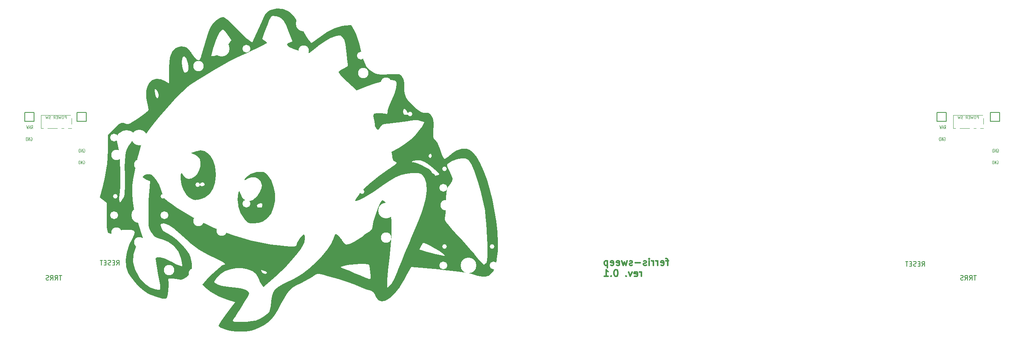
<source format=gbr>
%TF.GenerationSoftware,KiCad,Pcbnew,(6.0.7-1)-1*%
%TF.CreationDate,2022-08-06T17:31:22-07:00*%
%TF.ProjectId,sweepv2,73776565-7076-4322-9e6b-696361645f70,rev?*%
%TF.SameCoordinates,Original*%
%TF.FileFunction,Legend,Bot*%
%TF.FilePolarity,Positive*%
%FSLAX46Y46*%
G04 Gerber Fmt 4.6, Leading zero omitted, Abs format (unit mm)*
G04 Created by KiCad (PCBNEW (6.0.7-1)-1) date 2022-08-06 17:31:22*
%MOMM*%
%LPD*%
G01*
G04 APERTURE LIST*
%ADD10C,0.120000*%
%ADD11C,0.300000*%
%ADD12C,0.125000*%
%ADD13C,0.150000*%
%ADD14C,1.524000*%
%ADD15C,0.800000*%
%ADD16O,2.000000X1.600000*%
%ADD17C,0.990600*%
%ADD18C,1.701800*%
%ADD19C,3.429000*%
%ADD20C,2.282000*%
%ADD21C,0.500000*%
%ADD22C,1.397000*%
%ADD23C,1.000000*%
%ADD24R,0.900000X0.900000*%
%ADD25R,0.900000X1.250000*%
G04 APERTURE END LIST*
D10*
X27178000Y-50419000D02*
X33909000Y-50419000D01*
X33909000Y-50419000D02*
X33909000Y-53340000D01*
X33909000Y-53340000D02*
X27178000Y-53340000D01*
X27178000Y-53340000D02*
X27178000Y-50419000D01*
X226822000Y-50419000D02*
X233426000Y-50419000D01*
X233426000Y-50419000D02*
X233426000Y-53340000D01*
X233426000Y-53340000D02*
X226822000Y-53340000D01*
X226822000Y-53340000D02*
X226822000Y-50419000D01*
D11*
X164532142Y-82351071D02*
X163960714Y-82351071D01*
X164317857Y-83351071D02*
X164317857Y-82065357D01*
X164246428Y-81922500D01*
X164103571Y-81851071D01*
X163960714Y-81851071D01*
X162889285Y-83279642D02*
X163032142Y-83351071D01*
X163317857Y-83351071D01*
X163460714Y-83279642D01*
X163532142Y-83136785D01*
X163532142Y-82565357D01*
X163460714Y-82422500D01*
X163317857Y-82351071D01*
X163032142Y-82351071D01*
X162889285Y-82422500D01*
X162817857Y-82565357D01*
X162817857Y-82708214D01*
X163532142Y-82851071D01*
X162175000Y-83351071D02*
X162175000Y-82351071D01*
X162175000Y-82636785D02*
X162103571Y-82493928D01*
X162032142Y-82422500D01*
X161889285Y-82351071D01*
X161746428Y-82351071D01*
X161246428Y-83351071D02*
X161246428Y-82351071D01*
X161246428Y-82636785D02*
X161175000Y-82493928D01*
X161103571Y-82422500D01*
X160960714Y-82351071D01*
X160817857Y-82351071D01*
X160317857Y-83351071D02*
X160317857Y-82351071D01*
X160317857Y-81851071D02*
X160389285Y-81922500D01*
X160317857Y-81993928D01*
X160246428Y-81922500D01*
X160317857Y-81851071D01*
X160317857Y-81993928D01*
X159675000Y-83279642D02*
X159532142Y-83351071D01*
X159246428Y-83351071D01*
X159103571Y-83279642D01*
X159032142Y-83136785D01*
X159032142Y-83065357D01*
X159103571Y-82922500D01*
X159246428Y-82851071D01*
X159460714Y-82851071D01*
X159603571Y-82779642D01*
X159675000Y-82636785D01*
X159675000Y-82565357D01*
X159603571Y-82422500D01*
X159460714Y-82351071D01*
X159246428Y-82351071D01*
X159103571Y-82422500D01*
X158389285Y-82779642D02*
X157246428Y-82779642D01*
X156603571Y-83279642D02*
X156460714Y-83351071D01*
X156175000Y-83351071D01*
X156032142Y-83279642D01*
X155960714Y-83136785D01*
X155960714Y-83065357D01*
X156032142Y-82922500D01*
X156175000Y-82851071D01*
X156389285Y-82851071D01*
X156532142Y-82779642D01*
X156603571Y-82636785D01*
X156603571Y-82565357D01*
X156532142Y-82422500D01*
X156389285Y-82351071D01*
X156175000Y-82351071D01*
X156032142Y-82422500D01*
X155460714Y-82351071D02*
X155175000Y-83351071D01*
X154889285Y-82636785D01*
X154603571Y-83351071D01*
X154317857Y-82351071D01*
X153175000Y-83279642D02*
X153317857Y-83351071D01*
X153603571Y-83351071D01*
X153746428Y-83279642D01*
X153817857Y-83136785D01*
X153817857Y-82565357D01*
X153746428Y-82422500D01*
X153603571Y-82351071D01*
X153317857Y-82351071D01*
X153175000Y-82422500D01*
X153103571Y-82565357D01*
X153103571Y-82708214D01*
X153817857Y-82851071D01*
X151889285Y-83279642D02*
X152032142Y-83351071D01*
X152317857Y-83351071D01*
X152460714Y-83279642D01*
X152532142Y-83136785D01*
X152532142Y-82565357D01*
X152460714Y-82422500D01*
X152317857Y-82351071D01*
X152032142Y-82351071D01*
X151889285Y-82422500D01*
X151817857Y-82565357D01*
X151817857Y-82708214D01*
X152532142Y-82851071D01*
X151175000Y-82351071D02*
X151175000Y-83851071D01*
X151175000Y-82422500D02*
X151032142Y-82351071D01*
X150746428Y-82351071D01*
X150603571Y-82422500D01*
X150532142Y-82493928D01*
X150460714Y-82636785D01*
X150460714Y-83065357D01*
X150532142Y-83208214D01*
X150603571Y-83279642D01*
X150746428Y-83351071D01*
X151032142Y-83351071D01*
X151175000Y-83279642D01*
X158603571Y-85766071D02*
X158603571Y-84766071D01*
X158603571Y-85051785D02*
X158532142Y-84908928D01*
X158460714Y-84837500D01*
X158317857Y-84766071D01*
X158175000Y-84766071D01*
X157103571Y-85694642D02*
X157246428Y-85766071D01*
X157532142Y-85766071D01*
X157675000Y-85694642D01*
X157746428Y-85551785D01*
X157746428Y-84980357D01*
X157675000Y-84837500D01*
X157532142Y-84766071D01*
X157246428Y-84766071D01*
X157103571Y-84837500D01*
X157032142Y-84980357D01*
X157032142Y-85123214D01*
X157746428Y-85266071D01*
X156532142Y-84766071D02*
X156175000Y-85766071D01*
X155817857Y-84766071D01*
X155246428Y-85623214D02*
X155175000Y-85694642D01*
X155246428Y-85766071D01*
X155317857Y-85694642D01*
X155246428Y-85623214D01*
X155246428Y-85766071D01*
X153103571Y-84266071D02*
X152960714Y-84266071D01*
X152817857Y-84337500D01*
X152746428Y-84408928D01*
X152675000Y-84551785D01*
X152603571Y-84837500D01*
X152603571Y-85194642D01*
X152675000Y-85480357D01*
X152746428Y-85623214D01*
X152817857Y-85694642D01*
X152960714Y-85766071D01*
X153103571Y-85766071D01*
X153246428Y-85694642D01*
X153317857Y-85623214D01*
X153389285Y-85480357D01*
X153460714Y-85194642D01*
X153460714Y-84837500D01*
X153389285Y-84551785D01*
X153317857Y-84408928D01*
X153246428Y-84337500D01*
X153103571Y-84266071D01*
X151960714Y-85623214D02*
X151889285Y-85694642D01*
X151960714Y-85766071D01*
X152032142Y-85694642D01*
X151960714Y-85623214D01*
X151960714Y-85766071D01*
X150460714Y-85766071D02*
X151317857Y-85766071D01*
X150889285Y-85766071D02*
X150889285Y-84266071D01*
X151032142Y-84480357D01*
X151175000Y-84623214D01*
X151317857Y-84694642D01*
D12*
%TO.C,U1*%
X224788952Y-55309000D02*
X224836571Y-55273285D01*
X224908000Y-55273285D01*
X224979428Y-55309000D01*
X225027047Y-55380428D01*
X225050857Y-55451857D01*
X225074666Y-55594714D01*
X225074666Y-55701857D01*
X225050857Y-55844714D01*
X225027047Y-55916142D01*
X224979428Y-55987571D01*
X224908000Y-56023285D01*
X224860380Y-56023285D01*
X224788952Y-55987571D01*
X224765142Y-55951857D01*
X224765142Y-55701857D01*
X224860380Y-55701857D01*
X224550857Y-56023285D02*
X224550857Y-55273285D01*
X224265142Y-56023285D01*
X224265142Y-55273285D01*
X224027047Y-56023285D02*
X224027047Y-55273285D01*
X223908000Y-55273285D01*
X223836571Y-55309000D01*
X223788952Y-55380428D01*
X223765142Y-55451857D01*
X223741333Y-55594714D01*
X223741333Y-55701857D01*
X223765142Y-55844714D01*
X223788952Y-55916142D01*
X223836571Y-55987571D01*
X223908000Y-56023285D01*
X224027047Y-56023285D01*
X236418952Y-60419000D02*
X236466571Y-60383285D01*
X236538000Y-60383285D01*
X236609428Y-60419000D01*
X236657047Y-60490428D01*
X236680857Y-60561857D01*
X236704666Y-60704714D01*
X236704666Y-60811857D01*
X236680857Y-60954714D01*
X236657047Y-61026142D01*
X236609428Y-61097571D01*
X236538000Y-61133285D01*
X236490380Y-61133285D01*
X236418952Y-61097571D01*
X236395142Y-61061857D01*
X236395142Y-60811857D01*
X236490380Y-60811857D01*
X236180857Y-61133285D02*
X236180857Y-60383285D01*
X235895142Y-61133285D01*
X235895142Y-60383285D01*
X235657047Y-61133285D02*
X235657047Y-60383285D01*
X235538000Y-60383285D01*
X235466571Y-60419000D01*
X235418952Y-60490428D01*
X235395142Y-60561857D01*
X235371333Y-60704714D01*
X235371333Y-60811857D01*
X235395142Y-60954714D01*
X235418952Y-61026142D01*
X235466571Y-61097571D01*
X235538000Y-61133285D01*
X235657047Y-61133285D01*
D13*
D12*
X224883238Y-53383285D02*
X225049904Y-53026142D01*
X225168952Y-53383285D02*
X225168952Y-52633285D01*
X224978476Y-52633285D01*
X224930857Y-52669000D01*
X224907047Y-52704714D01*
X224883238Y-52776142D01*
X224883238Y-52883285D01*
X224907047Y-52954714D01*
X224930857Y-52990428D01*
X224978476Y-53026142D01*
X225168952Y-53026142D01*
X224692761Y-53169000D02*
X224454666Y-53169000D01*
X224740380Y-53383285D02*
X224573714Y-52633285D01*
X224407047Y-53383285D01*
X224288000Y-52633285D02*
X224168952Y-53383285D01*
X224073714Y-52847571D01*
X223978476Y-53383285D01*
X223859428Y-52633285D01*
X236438952Y-57839000D02*
X236486571Y-57803285D01*
X236558000Y-57803285D01*
X236629428Y-57839000D01*
X236677047Y-57910428D01*
X236700857Y-57981857D01*
X236724666Y-58124714D01*
X236724666Y-58231857D01*
X236700857Y-58374714D01*
X236677047Y-58446142D01*
X236629428Y-58517571D01*
X236558000Y-58553285D01*
X236510380Y-58553285D01*
X236438952Y-58517571D01*
X236415142Y-58481857D01*
X236415142Y-58231857D01*
X236510380Y-58231857D01*
X236200857Y-58553285D02*
X236200857Y-57803285D01*
X235915142Y-58553285D01*
X235915142Y-57803285D01*
X235677047Y-58553285D02*
X235677047Y-57803285D01*
X235558000Y-57803285D01*
X235486571Y-57839000D01*
X235438952Y-57910428D01*
X235415142Y-57981857D01*
X235391333Y-58124714D01*
X235391333Y-58231857D01*
X235415142Y-58374714D01*
X235438952Y-58446142D01*
X235486571Y-58517571D01*
X235558000Y-58553285D01*
X235677047Y-58553285D01*
D13*
%TO.C,J2*%
X231885904Y-85558380D02*
X231314476Y-85558380D01*
X231600190Y-86558380D02*
X231600190Y-85558380D01*
X230409714Y-86558380D02*
X230743047Y-86082190D01*
X230981142Y-86558380D02*
X230981142Y-85558380D01*
X230600190Y-85558380D01*
X230504952Y-85606000D01*
X230457333Y-85653619D01*
X230409714Y-85748857D01*
X230409714Y-85891714D01*
X230457333Y-85986952D01*
X230504952Y-86034571D01*
X230600190Y-86082190D01*
X230981142Y-86082190D01*
X229409714Y-86558380D02*
X229743047Y-86082190D01*
X229981142Y-86558380D02*
X229981142Y-85558380D01*
X229600190Y-85558380D01*
X229504952Y-85606000D01*
X229457333Y-85653619D01*
X229409714Y-85748857D01*
X229409714Y-85891714D01*
X229457333Y-85986952D01*
X229504952Y-86034571D01*
X229600190Y-86082190D01*
X229981142Y-86082190D01*
X229028761Y-86510761D02*
X228885904Y-86558380D01*
X228647809Y-86558380D01*
X228552571Y-86510761D01*
X228504952Y-86463142D01*
X228457333Y-86367904D01*
X228457333Y-86272666D01*
X228504952Y-86177428D01*
X228552571Y-86129809D01*
X228647809Y-86082190D01*
X228838285Y-86034571D01*
X228933523Y-85986952D01*
X228981142Y-85939333D01*
X229028761Y-85844095D01*
X229028761Y-85748857D01*
X228981142Y-85653619D01*
X228933523Y-85606000D01*
X228838285Y-85558380D01*
X228600190Y-85558380D01*
X228457333Y-85606000D01*
%TO.C,RSW1*%
X220019380Y-83510380D02*
X220352714Y-83034190D01*
X220590809Y-83510380D02*
X220590809Y-82510380D01*
X220209857Y-82510380D01*
X220114619Y-82558000D01*
X220067000Y-82605619D01*
X220019380Y-82700857D01*
X220019380Y-82843714D01*
X220067000Y-82938952D01*
X220114619Y-82986571D01*
X220209857Y-83034190D01*
X220590809Y-83034190D01*
X219590809Y-82986571D02*
X219257476Y-82986571D01*
X219114619Y-83510380D02*
X219590809Y-83510380D01*
X219590809Y-82510380D01*
X219114619Y-82510380D01*
X218733666Y-83462761D02*
X218590809Y-83510380D01*
X218352714Y-83510380D01*
X218257476Y-83462761D01*
X218209857Y-83415142D01*
X218162238Y-83319904D01*
X218162238Y-83224666D01*
X218209857Y-83129428D01*
X218257476Y-83081809D01*
X218352714Y-83034190D01*
X218543190Y-82986571D01*
X218638428Y-82938952D01*
X218686047Y-82891333D01*
X218733666Y-82796095D01*
X218733666Y-82700857D01*
X218686047Y-82605619D01*
X218638428Y-82558000D01*
X218543190Y-82510380D01*
X218305095Y-82510380D01*
X218162238Y-82558000D01*
X217733666Y-82986571D02*
X217400333Y-82986571D01*
X217257476Y-83510380D02*
X217733666Y-83510380D01*
X217733666Y-82510380D01*
X217257476Y-82510380D01*
X216971761Y-82510380D02*
X216400333Y-82510380D01*
X216686047Y-83510380D02*
X216686047Y-82510380D01*
D12*
%TO.C,U2*%
X36468952Y-57839000D02*
X36516571Y-57803285D01*
X36588000Y-57803285D01*
X36659428Y-57839000D01*
X36707047Y-57910428D01*
X36730857Y-57981857D01*
X36754666Y-58124714D01*
X36754666Y-58231857D01*
X36730857Y-58374714D01*
X36707047Y-58446142D01*
X36659428Y-58517571D01*
X36588000Y-58553285D01*
X36540380Y-58553285D01*
X36468952Y-58517571D01*
X36445142Y-58481857D01*
X36445142Y-58231857D01*
X36540380Y-58231857D01*
X36230857Y-58553285D02*
X36230857Y-57803285D01*
X35945142Y-58553285D01*
X35945142Y-57803285D01*
X35707047Y-58553285D02*
X35707047Y-57803285D01*
X35588000Y-57803285D01*
X35516571Y-57839000D01*
X35468952Y-57910428D01*
X35445142Y-57981857D01*
X35421333Y-58124714D01*
X35421333Y-58231857D01*
X35445142Y-58374714D01*
X35468952Y-58446142D01*
X35516571Y-58517571D01*
X35588000Y-58553285D01*
X35707047Y-58553285D01*
X36448952Y-60419000D02*
X36496571Y-60383285D01*
X36568000Y-60383285D01*
X36639428Y-60419000D01*
X36687047Y-60490428D01*
X36710857Y-60561857D01*
X36734666Y-60704714D01*
X36734666Y-60811857D01*
X36710857Y-60954714D01*
X36687047Y-61026142D01*
X36639428Y-61097571D01*
X36568000Y-61133285D01*
X36520380Y-61133285D01*
X36448952Y-61097571D01*
X36425142Y-61061857D01*
X36425142Y-60811857D01*
X36520380Y-60811857D01*
X36210857Y-61133285D02*
X36210857Y-60383285D01*
X35925142Y-61133285D01*
X35925142Y-60383285D01*
X35687047Y-61133285D02*
X35687047Y-60383285D01*
X35568000Y-60383285D01*
X35496571Y-60419000D01*
X35448952Y-60490428D01*
X35425142Y-60561857D01*
X35401333Y-60704714D01*
X35401333Y-60811857D01*
X35425142Y-60954714D01*
X35448952Y-61026142D01*
X35496571Y-61097571D01*
X35568000Y-61133285D01*
X35687047Y-61133285D01*
X24936952Y-55309000D02*
X24984571Y-55273285D01*
X25056000Y-55273285D01*
X25127428Y-55309000D01*
X25175047Y-55380428D01*
X25198857Y-55451857D01*
X25222666Y-55594714D01*
X25222666Y-55701857D01*
X25198857Y-55844714D01*
X25175047Y-55916142D01*
X25127428Y-55987571D01*
X25056000Y-56023285D01*
X25008380Y-56023285D01*
X24936952Y-55987571D01*
X24913142Y-55951857D01*
X24913142Y-55701857D01*
X25008380Y-55701857D01*
X24698857Y-56023285D02*
X24698857Y-55273285D01*
X24413142Y-56023285D01*
X24413142Y-55273285D01*
X24175047Y-56023285D02*
X24175047Y-55273285D01*
X24056000Y-55273285D01*
X23984571Y-55309000D01*
X23936952Y-55380428D01*
X23913142Y-55451857D01*
X23889333Y-55594714D01*
X23889333Y-55701857D01*
X23913142Y-55844714D01*
X23936952Y-55916142D01*
X23984571Y-55987571D01*
X24056000Y-56023285D01*
X24175047Y-56023285D01*
X25031238Y-53383285D02*
X25197904Y-53026142D01*
X25316952Y-53383285D02*
X25316952Y-52633285D01*
X25126476Y-52633285D01*
X25078857Y-52669000D01*
X25055047Y-52704714D01*
X25031238Y-52776142D01*
X25031238Y-52883285D01*
X25055047Y-52954714D01*
X25078857Y-52990428D01*
X25126476Y-53026142D01*
X25316952Y-53026142D01*
X24840761Y-53169000D02*
X24602666Y-53169000D01*
X24888380Y-53383285D02*
X24721714Y-52633285D01*
X24555047Y-53383285D01*
X24436000Y-52633285D02*
X24316952Y-53383285D01*
X24221714Y-52847571D01*
X24126476Y-53383285D01*
X24007428Y-52633285D01*
D13*
%TO.C,J1*%
X31733904Y-85558380D02*
X31162476Y-85558380D01*
X31448190Y-86558380D02*
X31448190Y-85558380D01*
X30257714Y-86558380D02*
X30591047Y-86082190D01*
X30829142Y-86558380D02*
X30829142Y-85558380D01*
X30448190Y-85558380D01*
X30352952Y-85606000D01*
X30305333Y-85653619D01*
X30257714Y-85748857D01*
X30257714Y-85891714D01*
X30305333Y-85986952D01*
X30352952Y-86034571D01*
X30448190Y-86082190D01*
X30829142Y-86082190D01*
X29257714Y-86558380D02*
X29591047Y-86082190D01*
X29829142Y-86558380D02*
X29829142Y-85558380D01*
X29448190Y-85558380D01*
X29352952Y-85606000D01*
X29305333Y-85653619D01*
X29257714Y-85748857D01*
X29257714Y-85891714D01*
X29305333Y-85986952D01*
X29352952Y-86034571D01*
X29448190Y-86082190D01*
X29829142Y-86082190D01*
X28876761Y-86510761D02*
X28733904Y-86558380D01*
X28495809Y-86558380D01*
X28400571Y-86510761D01*
X28352952Y-86463142D01*
X28305333Y-86367904D01*
X28305333Y-86272666D01*
X28352952Y-86177428D01*
X28400571Y-86129809D01*
X28495809Y-86082190D01*
X28686285Y-86034571D01*
X28781523Y-85986952D01*
X28829142Y-85939333D01*
X28876761Y-85844095D01*
X28876761Y-85748857D01*
X28829142Y-85653619D01*
X28781523Y-85606000D01*
X28686285Y-85558380D01*
X28448190Y-85558380D01*
X28305333Y-85606000D01*
%TO.C,RSW2*%
X43743380Y-83256380D02*
X44076714Y-82780190D01*
X44314809Y-83256380D02*
X44314809Y-82256380D01*
X43933857Y-82256380D01*
X43838619Y-82304000D01*
X43791000Y-82351619D01*
X43743380Y-82446857D01*
X43743380Y-82589714D01*
X43791000Y-82684952D01*
X43838619Y-82732571D01*
X43933857Y-82780190D01*
X44314809Y-82780190D01*
X43314809Y-82732571D02*
X42981476Y-82732571D01*
X42838619Y-83256380D02*
X43314809Y-83256380D01*
X43314809Y-82256380D01*
X42838619Y-82256380D01*
X42457666Y-83208761D02*
X42314809Y-83256380D01*
X42076714Y-83256380D01*
X41981476Y-83208761D01*
X41933857Y-83161142D01*
X41886238Y-83065904D01*
X41886238Y-82970666D01*
X41933857Y-82875428D01*
X41981476Y-82827809D01*
X42076714Y-82780190D01*
X42267190Y-82732571D01*
X42362428Y-82684952D01*
X42410047Y-82637333D01*
X42457666Y-82542095D01*
X42457666Y-82446857D01*
X42410047Y-82351619D01*
X42362428Y-82304000D01*
X42267190Y-82256380D01*
X42029095Y-82256380D01*
X41886238Y-82304000D01*
X41457666Y-82732571D02*
X41124333Y-82732571D01*
X40981476Y-83256380D02*
X41457666Y-83256380D01*
X41457666Y-82256380D01*
X40981476Y-82256380D01*
X40695761Y-82256380D02*
X40124333Y-82256380D01*
X40410047Y-83256380D02*
X40410047Y-82256380D01*
D10*
%TO.C,POWER SW*%
X232366857Y-51198428D02*
X232366857Y-50598428D01*
X232138285Y-50598428D01*
X232081142Y-50627000D01*
X232052571Y-50655571D01*
X232024000Y-50712714D01*
X232024000Y-50798428D01*
X232052571Y-50855571D01*
X232081142Y-50884142D01*
X232138285Y-50912714D01*
X232366857Y-50912714D01*
X231652571Y-50598428D02*
X231538285Y-50598428D01*
X231481142Y-50627000D01*
X231424000Y-50684142D01*
X231395428Y-50798428D01*
X231395428Y-50998428D01*
X231424000Y-51112714D01*
X231481142Y-51169857D01*
X231538285Y-51198428D01*
X231652571Y-51198428D01*
X231709714Y-51169857D01*
X231766857Y-51112714D01*
X231795428Y-50998428D01*
X231795428Y-50798428D01*
X231766857Y-50684142D01*
X231709714Y-50627000D01*
X231652571Y-50598428D01*
X231195428Y-50598428D02*
X231052571Y-51198428D01*
X230938285Y-50769857D01*
X230824000Y-51198428D01*
X230681142Y-50598428D01*
X230452571Y-50884142D02*
X230252571Y-50884142D01*
X230166857Y-51198428D02*
X230452571Y-51198428D01*
X230452571Y-50598428D01*
X230166857Y-50598428D01*
X229566857Y-51198428D02*
X229766857Y-50912714D01*
X229909714Y-51198428D02*
X229909714Y-50598428D01*
X229681142Y-50598428D01*
X229624000Y-50627000D01*
X229595428Y-50655571D01*
X229566857Y-50712714D01*
X229566857Y-50798428D01*
X229595428Y-50855571D01*
X229624000Y-50884142D01*
X229681142Y-50912714D01*
X229909714Y-50912714D01*
X228881142Y-51169857D02*
X228795428Y-51198428D01*
X228652571Y-51198428D01*
X228595428Y-51169857D01*
X228566857Y-51141285D01*
X228538285Y-51084142D01*
X228538285Y-51027000D01*
X228566857Y-50969857D01*
X228595428Y-50941285D01*
X228652571Y-50912714D01*
X228766857Y-50884142D01*
X228824000Y-50855571D01*
X228852571Y-50827000D01*
X228881142Y-50769857D01*
X228881142Y-50712714D01*
X228852571Y-50655571D01*
X228824000Y-50627000D01*
X228766857Y-50598428D01*
X228624000Y-50598428D01*
X228538285Y-50627000D01*
X228338285Y-50598428D02*
X228195428Y-51198428D01*
X228081142Y-50769857D01*
X227966857Y-51198428D01*
X227824000Y-50598428D01*
X32722857Y-51198428D02*
X32722857Y-50598428D01*
X32494285Y-50598428D01*
X32437142Y-50627000D01*
X32408571Y-50655571D01*
X32380000Y-50712714D01*
X32380000Y-50798428D01*
X32408571Y-50855571D01*
X32437142Y-50884142D01*
X32494285Y-50912714D01*
X32722857Y-50912714D01*
X32008571Y-50598428D02*
X31894285Y-50598428D01*
X31837142Y-50627000D01*
X31780000Y-50684142D01*
X31751428Y-50798428D01*
X31751428Y-50998428D01*
X31780000Y-51112714D01*
X31837142Y-51169857D01*
X31894285Y-51198428D01*
X32008571Y-51198428D01*
X32065714Y-51169857D01*
X32122857Y-51112714D01*
X32151428Y-50998428D01*
X32151428Y-50798428D01*
X32122857Y-50684142D01*
X32065714Y-50627000D01*
X32008571Y-50598428D01*
X31551428Y-50598428D02*
X31408571Y-51198428D01*
X31294285Y-50769857D01*
X31180000Y-51198428D01*
X31037142Y-50598428D01*
X30808571Y-50884142D02*
X30608571Y-50884142D01*
X30522857Y-51198428D02*
X30808571Y-51198428D01*
X30808571Y-50598428D01*
X30522857Y-50598428D01*
X29922857Y-51198428D02*
X30122857Y-50912714D01*
X30265714Y-51198428D02*
X30265714Y-50598428D01*
X30037142Y-50598428D01*
X29980000Y-50627000D01*
X29951428Y-50655571D01*
X29922857Y-50712714D01*
X29922857Y-50798428D01*
X29951428Y-50855571D01*
X29980000Y-50884142D01*
X30037142Y-50912714D01*
X30265714Y-50912714D01*
X29237142Y-51169857D02*
X29151428Y-51198428D01*
X29008571Y-51198428D01*
X28951428Y-51169857D01*
X28922857Y-51141285D01*
X28894285Y-51084142D01*
X28894285Y-51027000D01*
X28922857Y-50969857D01*
X28951428Y-50941285D01*
X29008571Y-50912714D01*
X29122857Y-50884142D01*
X29180000Y-50855571D01*
X29208571Y-50827000D01*
X29237142Y-50769857D01*
X29237142Y-50712714D01*
X29208571Y-50655571D01*
X29180000Y-50627000D01*
X29122857Y-50598428D01*
X28980000Y-50598428D01*
X28894285Y-50627000D01*
X28694285Y-50598428D02*
X28551428Y-51198428D01*
X28437142Y-50769857D01*
X28322857Y-51198428D01*
X28180000Y-50598428D01*
D13*
%TO.C,B+*%
X234966000Y-49800000D02*
X236966000Y-49800000D01*
X236966000Y-51800000D02*
X234966000Y-51800000D01*
X234966000Y-51800000D02*
X234966000Y-49800000D01*
X236966000Y-49800000D02*
X236966000Y-51800000D01*
%TO.C,B-*%
X223282000Y-51800000D02*
X223282000Y-49800000D01*
X223282000Y-49800000D02*
X225282000Y-49800000D01*
X225282000Y-51800000D02*
X223282000Y-51800000D01*
X225282000Y-49800000D02*
X225282000Y-51800000D01*
X35068000Y-51800000D02*
X35068000Y-49800000D01*
X37068000Y-49800000D02*
X37068000Y-51800000D01*
X35068000Y-49800000D02*
X37068000Y-49800000D01*
X37068000Y-51800000D02*
X35068000Y-51800000D01*
%TO.C,B+*%
X25638000Y-51800000D02*
X23638000Y-51800000D01*
X23638000Y-51800000D02*
X23638000Y-49800000D01*
X23638000Y-49800000D02*
X25638000Y-49800000D01*
X25638000Y-49800000D02*
X25638000Y-51800000D01*
%TO.C,G\u002A\u002A\u002A*%
G36*
X57746180Y-64414787D02*
G01*
X57743705Y-64274416D01*
X57788482Y-63474399D01*
X57922322Y-63112483D01*
X58138815Y-63195039D01*
X58389259Y-63633046D01*
X58838908Y-64201607D01*
X59442504Y-64410829D01*
X60123345Y-64301467D01*
X60804729Y-63914279D01*
X61409952Y-63290020D01*
X61862311Y-62469446D01*
X62065223Y-61679823D01*
X62113581Y-60635899D01*
X61900161Y-59902154D01*
X61382595Y-59382399D01*
X60951954Y-59152454D01*
X60022393Y-58736277D01*
X60987189Y-58350242D01*
X62041416Y-58118769D01*
X63003454Y-58323009D01*
X63912987Y-58974290D01*
X64185645Y-59263210D01*
X64880250Y-60337305D01*
X65299470Y-61688493D01*
X65460208Y-63373185D01*
X65462407Y-63523962D01*
X65308968Y-65149566D01*
X64837623Y-66552465D01*
X64080307Y-67680176D01*
X63068959Y-68480217D01*
X62244177Y-68812549D01*
X61566075Y-68980393D01*
X61102146Y-69023834D01*
X60624985Y-68953697D01*
X60396904Y-68900488D01*
X59636161Y-68501633D01*
X58929743Y-67747322D01*
X58338624Y-66743868D01*
X57956107Y-65686914D01*
X61962018Y-65686914D01*
X62008734Y-65825718D01*
X62346147Y-66017658D01*
X62763272Y-65928605D01*
X62994698Y-65659992D01*
X62913195Y-65360986D01*
X62577676Y-65196828D01*
X62192223Y-65243869D01*
X62087139Y-65320454D01*
X61962018Y-65686914D01*
X57956107Y-65686914D01*
X57923778Y-65597585D01*
X57746180Y-64414787D01*
G37*
G36*
X70418650Y-67452014D02*
G01*
X70419382Y-67449416D01*
X70535473Y-67094241D01*
X70637765Y-67095501D01*
X70798610Y-67488565D01*
X70861068Y-67665331D01*
X71351095Y-68642976D01*
X71978591Y-69179845D01*
X72743294Y-69275822D01*
X73644940Y-68930788D01*
X73664974Y-68919030D01*
X74403594Y-68283402D01*
X75026882Y-67394194D01*
X75428731Y-66429470D01*
X75521449Y-65803591D01*
X75327219Y-64964119D01*
X74810342Y-64362052D01*
X74069537Y-64045780D01*
X73203524Y-64063695D01*
X72519631Y-64332143D01*
X71940796Y-64617627D01*
X71712678Y-64619047D01*
X71844655Y-64341904D01*
X72075290Y-64071475D01*
X73094811Y-63297934D01*
X74361542Y-62889928D01*
X75124468Y-62831234D01*
X75892268Y-62908804D01*
X76446450Y-63202756D01*
X76721887Y-63466234D01*
X77562416Y-64660722D01*
X78122275Y-66081355D01*
X78401065Y-67628565D01*
X78398387Y-69202780D01*
X78113843Y-70704431D01*
X77547032Y-72033948D01*
X76760240Y-73034272D01*
X75830536Y-73710249D01*
X74768511Y-74062008D01*
X73677138Y-74145780D01*
X72993757Y-74112830D01*
X72522478Y-73952589D01*
X72078143Y-73572967D01*
X71724240Y-73174502D01*
X70916035Y-71913839D01*
X70406615Y-70441501D01*
X70376776Y-70182489D01*
X74473331Y-70182489D01*
X74505232Y-70508312D01*
X74536753Y-70544114D01*
X74819414Y-70650111D01*
X75222320Y-70680113D01*
X75499488Y-70623762D01*
X75521449Y-70585574D01*
X75593282Y-70314145D01*
X75661609Y-70123756D01*
X75652078Y-69845790D01*
X75274882Y-69758958D01*
X75224495Y-69758507D01*
X74752801Y-69887186D01*
X74473331Y-70182489D01*
X70376776Y-70182489D01*
X70229610Y-68905042D01*
X70418650Y-67452014D01*
G37*
G36*
X42792548Y-53808218D02*
G01*
X43638855Y-52943088D01*
X44294556Y-52409067D01*
X44839444Y-52162887D01*
X45353310Y-52161274D01*
X45661212Y-52252557D01*
X46005897Y-52357069D01*
X46331625Y-52354484D01*
X46733060Y-52207398D01*
X47304867Y-51878407D01*
X48141711Y-51330107D01*
X48350551Y-51189940D01*
X49206627Y-50601789D01*
X49930340Y-50081197D01*
X50426579Y-49697871D01*
X50584124Y-49552929D01*
X50698685Y-49217144D01*
X50635632Y-48630852D01*
X50452329Y-47918507D01*
X50211353Y-46609670D01*
X50225370Y-45333556D01*
X50270893Y-45123435D01*
X52064178Y-45123435D01*
X52146920Y-45646628D01*
X52303416Y-46204037D01*
X52488191Y-46636474D01*
X52655766Y-46784754D01*
X52667862Y-46779089D01*
X52861117Y-46491780D01*
X52952637Y-46231121D01*
X52933293Y-45821360D01*
X52755254Y-45344983D01*
X52498538Y-44936998D01*
X52243163Y-44732414D01*
X52100665Y-44793646D01*
X52064178Y-45123435D01*
X50270893Y-45123435D01*
X50473104Y-44190091D01*
X50933282Y-43279206D01*
X51560431Y-42713497D01*
X52433238Y-42482836D01*
X53442812Y-42579863D01*
X54413599Y-42985618D01*
X55201449Y-43472536D01*
X55202737Y-40971431D01*
X55226727Y-39835244D01*
X55288681Y-38802034D01*
X58033998Y-38802034D01*
X58126827Y-39717502D01*
X58351150Y-40721689D01*
X58619919Y-41075836D01*
X59033266Y-41050638D01*
X59349964Y-40788874D01*
X59493687Y-40316294D01*
X59455900Y-39604121D01*
X59277334Y-38814035D01*
X58998721Y-38107719D01*
X58660793Y-37646854D01*
X58540310Y-37575064D01*
X58245710Y-37648130D01*
X58075283Y-38084682D01*
X58033998Y-38802034D01*
X55288681Y-38802034D01*
X55290368Y-38773897D01*
X55382901Y-37932417D01*
X55455415Y-37564885D01*
X55905822Y-36561350D01*
X56584946Y-35813565D01*
X57403962Y-35404607D01*
X57820256Y-35353053D01*
X58562859Y-35399182D01*
X59103079Y-35594367D01*
X59572759Y-36023806D01*
X60103743Y-36772695D01*
X60165272Y-36868407D01*
X60653294Y-37558912D01*
X61120505Y-38101454D01*
X61405298Y-38338442D01*
X61704686Y-38438804D01*
X61920458Y-38285270D01*
X62145579Y-37793478D01*
X62216069Y-37602675D01*
X62271964Y-37431234D01*
X64471887Y-37431234D01*
X65013410Y-37431234D01*
X65615499Y-37325116D01*
X66208646Y-37096674D01*
X66807342Y-36817291D01*
X67266449Y-36642102D01*
X67592255Y-36342914D01*
X67670540Y-36028633D01*
X67814544Y-35532289D01*
X68168962Y-34947452D01*
X68247813Y-34849124D01*
X68616921Y-34372400D01*
X68810605Y-34047786D01*
X68819361Y-34007609D01*
X68680932Y-33706693D01*
X68342717Y-33204012D01*
X67902839Y-32624802D01*
X67459419Y-32094297D01*
X67110579Y-31737735D01*
X66978846Y-31658507D01*
X66648703Y-31865945D01*
X66241973Y-32428027D01*
X65805594Y-33254406D01*
X65386502Y-34254733D01*
X65031636Y-35338661D01*
X64992329Y-35482271D01*
X64471887Y-37431234D01*
X62271964Y-37431234D01*
X62429435Y-36948237D01*
X62708950Y-36000398D01*
X63009776Y-34914037D01*
X63166360Y-34320220D01*
X63483074Y-33219844D01*
X63840187Y-32173659D01*
X64181902Y-31338146D01*
X64338648Y-31032608D01*
X64918339Y-30257699D01*
X65648868Y-29575542D01*
X66402935Y-29085775D01*
X67053246Y-28888034D01*
X67079117Y-28887598D01*
X67427477Y-29055320D01*
X68031266Y-29531403D01*
X68843450Y-30275220D01*
X69816994Y-31246146D01*
X69854152Y-31284507D01*
X70738506Y-32180984D01*
X71562857Y-32984855D01*
X72249504Y-33622556D01*
X72720748Y-34020521D01*
X72810206Y-34083243D01*
X73447144Y-34485070D01*
X74380585Y-32436789D01*
X74872399Y-31358235D01*
X75373762Y-30259819D01*
X75799461Y-29328193D01*
X75917235Y-29070776D01*
X76326788Y-28275260D01*
X76725446Y-27787374D01*
X77233751Y-27472032D01*
X77411074Y-27396685D01*
X78786351Y-27065602D01*
X80117432Y-27169529D01*
X81158435Y-27595031D01*
X81685440Y-27941688D01*
X82164548Y-28358504D01*
X82648269Y-28912925D01*
X83189113Y-29672396D01*
X83839589Y-30704364D01*
X84652208Y-32076274D01*
X84666746Y-32101238D01*
X85228957Y-33042970D01*
X85722946Y-33826381D01*
X86095987Y-34370787D01*
X86295356Y-34595505D01*
X86297159Y-34596168D01*
X86567041Y-34494666D01*
X87091635Y-34160097D01*
X87772608Y-33657116D01*
X88004590Y-33473485D01*
X89739879Y-32257334D01*
X91477731Y-31381723D01*
X93141679Y-30882309D01*
X93741762Y-30798308D01*
X95105011Y-30674693D01*
X95787573Y-31869814D01*
X96186852Y-32717486D01*
X96576040Y-33788281D01*
X96869279Y-34843994D01*
X97281360Y-36591199D01*
X97658083Y-37947540D01*
X98032473Y-38978883D01*
X98437559Y-39751090D01*
X98906367Y-40330025D01*
X99471924Y-40781552D01*
X99999677Y-41086737D01*
X100514570Y-41332206D01*
X100989228Y-41479564D01*
X101550027Y-41543687D01*
X102323342Y-41539453D01*
X103382319Y-41484924D01*
X104442602Y-41425670D01*
X105142649Y-41411305D01*
X105583195Y-41458717D01*
X105864973Y-41584798D01*
X106088715Y-41806436D01*
X106210955Y-41959198D01*
X106527708Y-42525460D01*
X106672629Y-43275427D01*
X106694177Y-43898965D01*
X106723655Y-45070793D01*
X106853355Y-45942721D01*
X107145172Y-46656234D01*
X107661005Y-47352819D01*
X108462749Y-48173960D01*
X108637773Y-48341689D01*
X109417210Y-49068437D01*
X109975084Y-49526791D01*
X110413678Y-49777601D01*
X110835274Y-49881716D01*
X111257698Y-49900325D01*
X111930372Y-49950188D01*
X112351508Y-50170322D01*
X112716930Y-50650780D01*
X112947523Y-51079266D01*
X113077774Y-51543411D01*
X113124428Y-52170877D01*
X113104229Y-53089329D01*
X113086309Y-53466957D01*
X113043807Y-54458452D01*
X113051304Y-55097991D01*
X113128155Y-55494417D01*
X113293710Y-55756574D01*
X113530358Y-55964380D01*
X113950746Y-56494251D01*
X114331146Y-57331582D01*
X114451304Y-57708657D01*
X114715336Y-58528429D01*
X114997939Y-59238397D01*
X115161600Y-59556346D01*
X115499768Y-60091458D01*
X116235455Y-59530322D01*
X117286699Y-58752937D01*
X118084963Y-58233598D01*
X118723901Y-57925192D01*
X119297167Y-57780609D01*
X119772098Y-57751234D01*
X120455315Y-57810604D01*
X121019140Y-58045975D01*
X121658962Y-58543241D01*
X121741845Y-58617143D01*
X122548217Y-59566809D01*
X123334316Y-60913750D01*
X124085971Y-62593461D01*
X124789010Y-64541440D01*
X125429262Y-66693184D01*
X125992556Y-68984189D01*
X126464721Y-71349951D01*
X126831585Y-73725968D01*
X127078977Y-76047736D01*
X127192725Y-78250752D01*
X127158660Y-80270511D01*
X126962608Y-82042512D01*
X126929016Y-82227598D01*
X126619623Y-83555542D01*
X126246939Y-84507640D01*
X125763938Y-85169579D01*
X125123594Y-85627043D01*
X125040173Y-85669226D01*
X124482273Y-85834222D01*
X123767661Y-85826253D01*
X122816686Y-85634265D01*
X121549693Y-85247201D01*
X121241449Y-85141978D01*
X120707367Y-85017294D01*
X119781327Y-84867203D01*
X118531926Y-84700435D01*
X117027761Y-84525720D01*
X115337431Y-84351786D01*
X114198722Y-84245726D01*
X108195086Y-83708993D01*
X107230707Y-85499731D01*
X106691256Y-86466804D01*
X106132407Y-87412792D01*
X105658607Y-88161974D01*
X105577921Y-88280397D01*
X104558527Y-89570229D01*
X103566601Y-90492692D01*
X102633285Y-91039362D01*
X101789720Y-91201813D01*
X101067048Y-90971619D01*
X100496410Y-90340355D01*
X100227366Y-89728035D01*
X99961293Y-89185564D01*
X99520738Y-88909874D01*
X99121855Y-88814351D01*
X98554990Y-88657020D01*
X97697730Y-88355845D01*
X96679913Y-87958504D01*
X95907978Y-87634184D01*
X94991514Y-87270901D01*
X93845107Y-86867306D01*
X92567725Y-86452625D01*
X91258338Y-86056083D01*
X90015915Y-85706908D01*
X88939423Y-85434324D01*
X88127832Y-85267559D01*
X87764671Y-85229416D01*
X87431465Y-85352148D01*
X86879713Y-85665104D01*
X86530593Y-85893961D01*
X85796068Y-86346710D01*
X84858131Y-86855210D01*
X84064443Y-87241651D01*
X83012394Y-87764167D01*
X82186892Y-88304680D01*
X81500061Y-88954542D01*
X80864024Y-89805105D01*
X80190903Y-90947721D01*
X79808283Y-91666088D01*
X78987827Y-93174120D01*
X78263645Y-94331041D01*
X77565182Y-95216371D01*
X76821884Y-95909632D01*
X75963197Y-96490345D01*
X75136109Y-96932090D01*
X74228221Y-97358949D01*
X73499228Y-97622375D01*
X72764837Y-97766459D01*
X71840752Y-97835290D01*
X71280855Y-97854399D01*
X70069446Y-97846913D01*
X68971686Y-97764755D01*
X68156807Y-97620865D01*
X68131044Y-97613592D01*
X67162271Y-97289608D01*
X66454357Y-96963289D01*
X66087495Y-96674504D01*
X66054177Y-96581045D01*
X66189375Y-96258597D01*
X66562203Y-95646847D01*
X67123513Y-94818477D01*
X67824157Y-93846170D01*
X68569649Y-92861053D01*
X69723299Y-91371780D01*
X68049216Y-90888925D01*
X66045769Y-90143870D01*
X64304775Y-89114893D01*
X63407160Y-88401247D01*
X62491963Y-87605909D01*
X63474977Y-86475390D01*
X64053553Y-85856885D01*
X64764982Y-85163629D01*
X65522592Y-84471698D01*
X66239710Y-83857163D01*
X66829664Y-83396098D01*
X67205781Y-83164578D01*
X67262281Y-83151234D01*
X67484306Y-83071066D01*
X67316254Y-82850557D01*
X66797308Y-82519702D01*
X65966648Y-82108497D01*
X65806728Y-82036941D01*
X63721286Y-81013291D01*
X61778228Y-79862107D01*
X60090249Y-78655116D01*
X59018190Y-77716158D01*
X57533744Y-76326212D01*
X56255226Y-75266238D01*
X55200709Y-74549330D01*
X54388267Y-74188584D01*
X54090261Y-74145780D01*
X53584489Y-74182442D01*
X53389397Y-74364904D01*
X53453791Y-74801875D01*
X53588581Y-75211096D01*
X53904720Y-75726953D01*
X54518704Y-76178344D01*
X55031762Y-76435673D01*
X56016674Y-77015980D01*
X57071956Y-77851032D01*
X58096024Y-78837121D01*
X58987294Y-79870541D01*
X59644182Y-80847582D01*
X59897191Y-81402823D01*
X60243437Y-82904210D01*
X60189738Y-84176771D01*
X59735396Y-85223796D01*
X58916542Y-86023359D01*
X58325440Y-86366384D01*
X57848374Y-86528865D01*
X57719618Y-86524567D01*
X57315440Y-86440023D01*
X56635657Y-86336576D01*
X56163933Y-86276673D01*
X55459083Y-86206054D01*
X55113232Y-86229152D01*
X55028059Y-86375391D01*
X55081471Y-86600618D01*
X55136325Y-87085481D01*
X55124885Y-87851817D01*
X55061071Y-88742910D01*
X54958803Y-89602040D01*
X54832003Y-90272489D01*
X54730168Y-90555638D01*
X54407844Y-90672239D01*
X53770494Y-90615951D01*
X52919461Y-90413661D01*
X51956093Y-90092253D01*
X50981734Y-89678613D01*
X50499266Y-89433222D01*
X49586064Y-88803283D01*
X48575789Y-87896562D01*
X47590939Y-86842560D01*
X46754011Y-85770779D01*
X46249299Y-84940265D01*
X45838769Y-83642013D01*
X45754341Y-82120607D01*
X45984963Y-80468492D01*
X46519581Y-78778116D01*
X47139501Y-77494313D01*
X47590068Y-76614638D01*
X47729210Y-76041507D01*
X47522501Y-75711941D01*
X46935520Y-75562964D01*
X46066481Y-75531234D01*
X45100336Y-75571112D01*
X44446520Y-75711730D01*
X43960769Y-75984565D01*
X43949912Y-75993053D01*
X43256618Y-76349943D01*
X42527223Y-76440399D01*
X41938011Y-76248876D01*
X41854904Y-76177780D01*
X41723322Y-75821911D01*
X41634917Y-75050466D01*
X41588348Y-73846826D01*
X41579895Y-72771871D01*
X41581976Y-69643053D01*
X40107276Y-68430963D01*
X40720075Y-65919735D01*
X41149000Y-64074755D01*
X41452927Y-62522669D01*
X41651034Y-61117634D01*
X41762500Y-59713807D01*
X41806503Y-58165347D01*
X41809440Y-57635780D01*
X41811898Y-56016970D01*
X43771627Y-56016970D01*
X44007934Y-57130455D01*
X44196718Y-58042024D01*
X44350039Y-59310309D01*
X44463925Y-60831280D01*
X44534401Y-62500908D01*
X44557496Y-64215165D01*
X44529234Y-65870023D01*
X44445644Y-67361452D01*
X44412660Y-67726785D01*
X44334465Y-68766657D01*
X44358743Y-69364820D01*
X44497030Y-69532344D01*
X44760861Y-69280297D01*
X45161772Y-68619747D01*
X45224088Y-68505325D01*
X45361434Y-68187378D01*
X45459420Y-67773486D01*
X45489326Y-67498364D01*
X47148794Y-67498364D01*
X47266308Y-69118589D01*
X47556230Y-70804735D01*
X48019427Y-72656017D01*
X48513374Y-74316354D01*
X49432688Y-77263053D01*
X48969502Y-77840325D01*
X47982014Y-79385602D01*
X47451928Y-80977760D01*
X47379492Y-82598227D01*
X47764952Y-84228432D01*
X48608553Y-85849803D01*
X48858476Y-86207333D01*
X49903298Y-87361585D01*
X51073464Y-88181176D01*
X52282832Y-88607467D01*
X52414029Y-88627759D01*
X52819867Y-88680771D01*
X53101478Y-88672237D01*
X53265090Y-88539940D01*
X53316928Y-88221660D01*
X53263218Y-87655178D01*
X53110187Y-86778274D01*
X52864061Y-85528730D01*
X52770912Y-85061406D01*
X52559890Y-83936462D01*
X52401208Y-82962983D01*
X52308766Y-82236651D01*
X52296463Y-81853148D01*
X52301847Y-81832469D01*
X52634848Y-81564430D01*
X53298156Y-81578751D01*
X54261882Y-81868768D01*
X55496137Y-82427816D01*
X55886206Y-82631689D01*
X56761320Y-83076615D01*
X57485614Y-83399376D01*
X57965054Y-83560645D01*
X58102601Y-83558641D01*
X58131550Y-83266940D01*
X58045392Y-82661619D01*
X57862729Y-81871097D01*
X57852833Y-81834314D01*
X57223736Y-80294259D01*
X56267536Y-79059442D01*
X55014948Y-78161753D01*
X53898319Y-77728590D01*
X52950748Y-77454496D01*
X52328367Y-77206780D01*
X51907636Y-76902647D01*
X51565014Y-76459307D01*
X51277308Y-75972067D01*
X51029291Y-75494561D01*
X50864398Y-75032248D01*
X50765879Y-74475189D01*
X50716986Y-73713445D01*
X50700967Y-72637077D01*
X50700035Y-72183053D01*
X50717894Y-70797914D01*
X50767055Y-69297734D01*
X50839111Y-67900709D01*
X50893655Y-67158086D01*
X51088589Y-64904028D01*
X50242672Y-64550581D01*
X49731142Y-64265640D01*
X49489369Y-63986967D01*
X49489334Y-63918275D01*
X49817645Y-63571815D01*
X50405724Y-63377176D01*
X51064094Y-63379163D01*
X51372010Y-63473090D01*
X51874906Y-63883360D01*
X52437029Y-64630240D01*
X52993927Y-65605388D01*
X53481147Y-66700467D01*
X53736678Y-67447887D01*
X53886781Y-67951666D01*
X54032904Y-68339663D01*
X54235389Y-68671254D01*
X54554577Y-69005818D01*
X55050810Y-69402731D01*
X55784428Y-69921371D01*
X56815774Y-70621115D01*
X57279631Y-70934242D01*
X60938547Y-73152026D01*
X64887499Y-75077130D01*
X69034073Y-76675731D01*
X73285854Y-77914006D01*
X77550425Y-78758131D01*
X79264621Y-78980637D01*
X80704995Y-79128628D01*
X81748007Y-79208096D01*
X82453391Y-79216406D01*
X82880878Y-79150919D01*
X83090203Y-79008998D01*
X83141449Y-78809451D01*
X83263399Y-78400715D01*
X83569105Y-77850878D01*
X83968355Y-77282633D01*
X84370933Y-76818677D01*
X84686628Y-76581703D01*
X84778437Y-76583072D01*
X84956143Y-76933063D01*
X84969307Y-77550774D01*
X84829589Y-78277044D01*
X84613604Y-78833156D01*
X84075487Y-79703743D01*
X83252849Y-80794894D01*
X82214458Y-82029744D01*
X81029079Y-83331428D01*
X79765480Y-84623083D01*
X78492428Y-85827843D01*
X77846638Y-86396941D01*
X75900008Y-88063348D01*
X75482367Y-87547583D01*
X75139841Y-86981589D01*
X74833410Y-86250954D01*
X74790472Y-86116442D01*
X74308801Y-85253235D01*
X73500038Y-84605512D01*
X72924861Y-84370298D01*
X75363393Y-84370298D01*
X75452981Y-84636860D01*
X75521449Y-84767598D01*
X75833058Y-85077372D01*
X76244690Y-85225583D01*
X76580227Y-85177880D01*
X76675995Y-84992792D01*
X76484570Y-84746206D01*
X76083690Y-84530974D01*
X75548378Y-84345630D01*
X75363393Y-84370298D01*
X72924861Y-84370298D01*
X72446234Y-84174567D01*
X71229441Y-83961695D01*
X69931708Y-83968188D01*
X68635088Y-84195341D01*
X67421631Y-84644446D01*
X66373389Y-85316797D01*
X65740841Y-85973771D01*
X65365145Y-86517913D01*
X65150173Y-86929202D01*
X65130540Y-87015685D01*
X65347093Y-87294437D01*
X65940638Y-87572091D01*
X66827010Y-87822915D01*
X67922042Y-88021173D01*
X68709631Y-88109992D01*
X70179198Y-88269118D01*
X71257548Y-88465868D01*
X72014829Y-88717389D01*
X72521188Y-89040826D01*
X72522401Y-89041923D01*
X72678949Y-89218137D01*
X72727282Y-89431923D01*
X72638884Y-89757110D01*
X72385239Y-90267526D01*
X71937829Y-91037000D01*
X71425551Y-91881632D01*
X70804783Y-92891159D01*
X70231142Y-93810548D01*
X69768781Y-94537823D01*
X69483442Y-94968751D01*
X69203514Y-95395622D01*
X69207797Y-95588397D01*
X69513434Y-95689745D01*
X69571618Y-95702635D01*
X70228394Y-95764806D01*
X71175031Y-95757546D01*
X72246750Y-95692531D01*
X73278774Y-95581440D01*
X74106322Y-95435952D01*
X74366904Y-95362785D01*
X75151717Y-95016314D01*
X75966708Y-94536101D01*
X76678836Y-94013672D01*
X77155061Y-93540556D01*
X77253388Y-93376984D01*
X77356588Y-92956328D01*
X77472695Y-92221738D01*
X77579132Y-91319737D01*
X77594194Y-91165034D01*
X77742805Y-90113834D01*
X78009059Y-89299249D01*
X78462097Y-88638772D01*
X79171059Y-88049896D01*
X80205087Y-87450113D01*
X81063268Y-87025348D01*
X82135493Y-86482250D01*
X83235503Y-85874504D01*
X84164496Y-85313120D01*
X84356457Y-85186444D01*
X85877811Y-84042252D01*
X86155821Y-83793559D01*
X92839631Y-83793559D01*
X93171888Y-83923129D01*
X93838531Y-84197910D01*
X94749796Y-84580438D01*
X95815919Y-85033244D01*
X96072358Y-85142862D01*
X97148841Y-85596487D01*
X98080169Y-85975646D01*
X98780749Y-86246473D01*
X99164992Y-86375100D01*
X99201616Y-86381069D01*
X99328580Y-86160531D01*
X99339291Y-85497578D01*
X99288159Y-84873384D01*
X99186387Y-84077920D01*
X99073332Y-83476505D01*
X98979227Y-83210224D01*
X98639311Y-83106999D01*
X97958231Y-83055489D01*
X97053342Y-83052296D01*
X96041997Y-83094019D01*
X95041551Y-83177258D01*
X94169357Y-83298615D01*
X93878722Y-83357985D01*
X93220107Y-83538301D01*
X92848671Y-83696278D01*
X92839631Y-83793559D01*
X86155821Y-83793559D01*
X87346129Y-82728772D01*
X88687572Y-81327943D01*
X89828303Y-79921705D01*
X90694483Y-78591998D01*
X91127723Y-77672279D01*
X91370587Y-77029776D01*
X91543622Y-76595634D01*
X91590824Y-76493890D01*
X91833317Y-76485738D01*
X92227048Y-76763120D01*
X92665223Y-77228561D01*
X93041045Y-77784586D01*
X93074479Y-77848046D01*
X93541720Y-78534997D01*
X94006286Y-78763962D01*
X94832407Y-78595384D01*
X95869019Y-78118927D01*
X97027414Y-77378504D01*
X97457813Y-77055284D01*
X98181814Y-76508388D01*
X98832550Y-76048930D01*
X99247358Y-75789057D01*
X99686128Y-75324993D01*
X99766762Y-74888110D01*
X99841139Y-74313881D01*
X100040698Y-73498294D01*
X100329798Y-72540235D01*
X100672796Y-71538593D01*
X101034050Y-70592256D01*
X101377917Y-69800112D01*
X101668754Y-69261048D01*
X101862562Y-69073432D01*
X102367094Y-69272898D01*
X102889616Y-69824970D01*
X103352071Y-70630530D01*
X103591182Y-71268468D01*
X103776975Y-72229449D01*
X103885003Y-73559899D01*
X103916337Y-75174251D01*
X103872044Y-76986932D01*
X103753195Y-78912375D01*
X103560859Y-80865009D01*
X103461449Y-81650325D01*
X103291815Y-83016955D01*
X103150205Y-84374861D01*
X103049281Y-85586097D01*
X103001706Y-86512717D01*
X102999631Y-86681759D01*
X102999631Y-88302810D01*
X103486020Y-87862931D01*
X103996043Y-87253460D01*
X104522521Y-86315327D01*
X105090333Y-85000016D01*
X105459153Y-84015329D01*
X105736696Y-83290491D01*
X106162898Y-82236911D01*
X106698881Y-80947872D01*
X107163541Y-79852070D01*
X110031862Y-79852070D01*
X110039886Y-79877550D01*
X110301094Y-79979040D01*
X110903545Y-80156556D01*
X111738416Y-80382603D01*
X112696885Y-80629688D01*
X113670127Y-80870314D01*
X114549322Y-81076989D01*
X115225645Y-81222215D01*
X115584177Y-81278344D01*
X115627290Y-81176220D01*
X115315843Y-80878735D01*
X114693684Y-80424083D01*
X114314033Y-80171910D01*
X113414967Y-79611579D01*
X112550789Y-79111149D01*
X111872668Y-78757114D01*
X111728338Y-78692476D01*
X110874605Y-78335763D01*
X110413933Y-79063344D01*
X110136787Y-79554379D01*
X110031862Y-79852070D01*
X107163541Y-79852070D01*
X107305767Y-79516661D01*
X107944681Y-78036560D01*
X108080765Y-77724871D01*
X109113550Y-75316913D01*
X109943862Y-73268544D01*
X109949012Y-73254642D01*
X115588748Y-73254642D01*
X115690464Y-73567463D01*
X115955656Y-73988656D01*
X116426178Y-74577180D01*
X117143884Y-75391994D01*
X117903496Y-76223962D01*
X118941990Y-77367644D01*
X120048965Y-78612379D01*
X121103535Y-79820734D01*
X121984813Y-80855282D01*
X122118106Y-81015325D01*
X122828330Y-81844977D01*
X123452652Y-82524293D01*
X123923549Y-82983103D01*
X124173309Y-83151234D01*
X124489289Y-82968544D01*
X124729708Y-82643408D01*
X124838304Y-82180357D01*
X124902208Y-81337250D01*
X124924516Y-80193373D01*
X124908328Y-78828009D01*
X124856740Y-77320442D01*
X124772849Y-75749957D01*
X124659753Y-74195836D01*
X124520549Y-72737365D01*
X124358335Y-71453827D01*
X124271437Y-70913053D01*
X123911919Y-69107144D01*
X123472982Y-67284614D01*
X122978857Y-65518646D01*
X122453771Y-63882428D01*
X121921955Y-62449146D01*
X121407638Y-61291984D01*
X120935049Y-60484130D01*
X120742715Y-60254318D01*
X120111919Y-59926833D01*
X119230935Y-59870239D01*
X118209061Y-60065520D01*
X117155594Y-60493658D01*
X116320431Y-61023775D01*
X116109919Y-61222119D01*
X116058157Y-61458210D01*
X116184917Y-61846100D01*
X116509970Y-62499838D01*
X116609068Y-62688786D01*
X116975629Y-63443472D01*
X117231145Y-64080048D01*
X117315995Y-64429070D01*
X117181798Y-64834819D01*
X116840414Y-65421851D01*
X116605496Y-65749906D01*
X116309002Y-66153463D01*
X116106701Y-66519408D01*
X115977842Y-66948799D01*
X115901675Y-67542698D01*
X115857449Y-68402165D01*
X115826418Y-69544154D01*
X115788062Y-70702967D01*
X115734270Y-71738801D01*
X115672168Y-72538861D01*
X115608881Y-72990353D01*
X115608654Y-72991234D01*
X115588748Y-73254642D01*
X109949012Y-73254642D01*
X110587124Y-71532175D01*
X111058762Y-70060213D01*
X111374202Y-68805069D01*
X111548867Y-67719150D01*
X111598337Y-66872143D01*
X111499985Y-65447310D01*
X111197660Y-64318983D01*
X110709872Y-63541291D01*
X110371161Y-63283654D01*
X109769217Y-63128837D01*
X108802146Y-63087655D01*
X108189961Y-63112881D01*
X107049286Y-63258555D01*
X105929220Y-63568696D01*
X104753184Y-64079489D01*
X103444599Y-64827123D01*
X101926887Y-65847785D01*
X101036904Y-66493053D01*
X99942688Y-67260648D01*
X98849742Y-67955904D01*
X97830681Y-68540081D01*
X96958120Y-68974442D01*
X96304674Y-69220247D01*
X95942958Y-69238757D01*
X95920992Y-69222292D01*
X96003921Y-69007870D01*
X96305650Y-68522525D01*
X96765235Y-67862784D01*
X96868913Y-67720873D01*
X97889972Y-66542799D01*
X99309290Y-65230089D01*
X101093113Y-63811327D01*
X103207689Y-62315095D01*
X103421077Y-62172277D01*
X104288824Y-61580701D01*
X104809844Y-61183051D01*
X105031517Y-60932514D01*
X105001226Y-60782277D01*
X104887887Y-60723024D01*
X104833976Y-60696724D01*
X108342771Y-60696724D01*
X108567553Y-60748201D01*
X108646648Y-60749517D01*
X109124009Y-60847188D01*
X109810393Y-61098616D01*
X110597787Y-61449335D01*
X111378178Y-61844879D01*
X112043553Y-62230781D01*
X112485898Y-62552576D01*
X112603236Y-62744640D01*
X112695218Y-63038485D01*
X112940505Y-63181338D01*
X113307402Y-63388806D01*
X113390540Y-63539522D01*
X113485064Y-63718313D01*
X113833060Y-63673345D01*
X114180122Y-63548712D01*
X114357332Y-63427092D01*
X114318498Y-63231539D01*
X114017633Y-62898686D01*
X113408752Y-62365169D01*
X113185916Y-62178776D01*
X112411350Y-61560325D01*
X111682624Y-61022970D01*
X111139987Y-60669402D01*
X111080073Y-60636886D01*
X110289759Y-60375178D01*
X109429233Y-60305855D01*
X108705932Y-60438295D01*
X108541449Y-60522143D01*
X108342771Y-60696724D01*
X104833976Y-60696724D01*
X104499502Y-60533555D01*
X104269190Y-60236693D01*
X104109068Y-59688508D01*
X104064653Y-59464221D01*
X112069195Y-59464221D01*
X112120540Y-59598507D01*
X112412940Y-59825728D01*
X112645631Y-59655114D01*
X112697813Y-59367598D01*
X112606763Y-58992290D01*
X112480531Y-58905780D01*
X112158672Y-59088394D01*
X112069195Y-59464221D01*
X104064653Y-59464221D01*
X104038443Y-59331865D01*
X103880784Y-58491468D01*
X105551632Y-57613462D01*
X106821214Y-56818118D01*
X108103970Y-55792900D01*
X109275821Y-54653176D01*
X110212689Y-53514311D01*
X110576724Y-52941175D01*
X111111089Y-51978346D01*
X110503964Y-51747517D01*
X109736769Y-51557370D01*
X108822159Y-51546900D01*
X107633829Y-51717056D01*
X107360693Y-51771107D01*
X106530857Y-51908472D01*
X105444343Y-52044845D01*
X104305669Y-52155287D01*
X104046881Y-52175198D01*
X103056989Y-52254506D01*
X102416682Y-52344416D01*
X102014581Y-52483598D01*
X101739308Y-52710724D01*
X101479483Y-53064462D01*
X101477619Y-53067233D01*
X101140568Y-53531043D01*
X100918678Y-53652421D01*
X100681818Y-53480226D01*
X100603551Y-53395415D01*
X100301461Y-52831884D01*
X100228722Y-52420619D01*
X100163422Y-51788635D01*
X100017383Y-51123106D01*
X99929733Y-50491600D01*
X100137389Y-50115395D01*
X100684694Y-49965217D01*
X101615989Y-50011788D01*
X101687435Y-50020498D01*
X102939658Y-50176953D01*
X103035104Y-49669416D01*
X106463268Y-49669416D01*
X106525398Y-50164489D01*
X106789507Y-50345600D01*
X107040540Y-50362143D01*
X107474936Y-50319732D01*
X107617813Y-50238565D01*
X107488829Y-49918255D01*
X107193130Y-49480628D01*
X106867593Y-49107460D01*
X106667620Y-48976689D01*
X106524105Y-49177452D01*
X106463282Y-49661133D01*
X106463268Y-49669416D01*
X103035104Y-49669416D01*
X103085086Y-49403639D01*
X103261174Y-48789305D01*
X103575694Y-47956157D01*
X103915551Y-47182700D01*
X104556090Y-45675958D01*
X104924773Y-44446931D01*
X105012453Y-43529238D01*
X104975209Y-43288408D01*
X104817986Y-42937290D01*
X104486677Y-42778634D01*
X103856500Y-42742143D01*
X102829326Y-42845863D01*
X101503071Y-43137444D01*
X99986194Y-43587521D01*
X98387152Y-44166729D01*
X97966215Y-44336965D01*
X96280981Y-45034232D01*
X94245590Y-43137733D01*
X93392640Y-42309160D01*
X92759860Y-41624993D01*
X92394615Y-41139745D01*
X92327343Y-40930102D01*
X92595955Y-40660006D01*
X93142048Y-40332436D01*
X93456072Y-40185354D01*
X94073109Y-39883028D01*
X94342569Y-39613407D01*
X94358803Y-39275118D01*
X94348530Y-39226486D01*
X94275494Y-38775894D01*
X94176690Y-37994730D01*
X94067798Y-37012379D01*
X94006340Y-36402884D01*
X93815870Y-34969191D01*
X93552270Y-33952824D01*
X93195040Y-33312300D01*
X92723678Y-33006136D01*
X92309298Y-32968928D01*
X91518624Y-33159972D01*
X90487397Y-33608741D01*
X89316416Y-34261908D01*
X88106485Y-35066148D01*
X87537367Y-35493403D01*
X85918642Y-36759968D01*
X84472318Y-36500434D01*
X83278987Y-36230275D01*
X82299097Y-35901427D01*
X81576205Y-35544287D01*
X81153868Y-35189250D01*
X81075640Y-34866713D01*
X81385080Y-34607073D01*
X81640540Y-34524238D01*
X82070641Y-34365985D01*
X82213929Y-34231202D01*
X82130879Y-33964975D01*
X81911619Y-33375642D01*
X81595471Y-32567256D01*
X81416143Y-32120325D01*
X80847852Y-30808141D01*
X80340914Y-29878297D01*
X79841689Y-29265862D01*
X79296538Y-28905905D01*
X78651823Y-28733493D01*
X78614158Y-28728388D01*
X78034397Y-28676320D01*
X77689371Y-28779973D01*
X77422858Y-29136126D01*
X77187671Y-29612097D01*
X76857840Y-30372282D01*
X76477215Y-31344518D01*
X76173144Y-32189643D01*
X75636904Y-33759870D01*
X76198869Y-34185360D01*
X76760833Y-34610851D01*
X75275232Y-35361769D01*
X74457391Y-35762514D01*
X73366936Y-36279387D01*
X72153754Y-36842056D01*
X71102311Y-37319842D01*
X69887657Y-37906063D01*
X68387429Y-38693491D01*
X66699406Y-39625809D01*
X64921366Y-40646704D01*
X63151088Y-41699858D01*
X61486349Y-42728957D01*
X60024929Y-43677685D01*
X59800533Y-43829104D01*
X59053156Y-44423173D01*
X58086298Y-45322539D01*
X56957793Y-46463212D01*
X55725475Y-47781202D01*
X54447179Y-49212519D01*
X53180737Y-50693173D01*
X51983985Y-52159175D01*
X50914755Y-53546534D01*
X50484273Y-54137022D01*
X50088146Y-54715398D01*
X49769028Y-55259758D01*
X49493924Y-55857441D01*
X49229837Y-56595785D01*
X48943770Y-57562130D01*
X48602728Y-58843813D01*
X48385460Y-59692396D01*
X47822021Y-62041077D01*
X47427518Y-64058823D01*
X47202820Y-65844847D01*
X47148794Y-67498364D01*
X45489326Y-67498364D01*
X45522549Y-67192735D01*
X45555323Y-66374212D01*
X45562245Y-65247002D01*
X45547815Y-63740193D01*
X45543945Y-63467309D01*
X45527723Y-61764804D01*
X45547774Y-60439277D01*
X45623056Y-59406212D01*
X45772528Y-58581092D01*
X46015149Y-57879403D01*
X46369878Y-57216628D01*
X46855674Y-56508252D01*
X47211156Y-56035076D01*
X47672537Y-55408526D01*
X47880066Y-55022623D01*
X47869823Y-54758553D01*
X47678033Y-54497655D01*
X46873967Y-53924111D01*
X45921075Y-53727268D01*
X44967070Y-53937257D01*
X44956090Y-53942430D01*
X44214769Y-54444328D01*
X43826159Y-55114959D01*
X43771627Y-56016970D01*
X41811898Y-56016970D01*
X41813647Y-54864871D01*
X42792548Y-53808218D01*
G37*
%TD*%
%LPC*%
D14*
%TO.C,U1*%
X237789400Y-53086000D03*
X237789400Y-55626000D03*
X237789400Y-58166000D03*
X237789400Y-60706000D03*
X237789400Y-63246000D03*
X237789400Y-65786000D03*
X237789400Y-68326000D03*
X237789400Y-70866000D03*
X237789400Y-73406000D03*
X237789400Y-75946000D03*
X237789400Y-78486000D03*
X237789400Y-81026000D03*
X222569400Y-81026000D03*
X222569400Y-78486000D03*
X222569400Y-75946000D03*
X222569400Y-73406000D03*
X222569400Y-70866000D03*
X222569400Y-68326000D03*
X222569400Y-65786000D03*
X222569400Y-63246000D03*
X222569400Y-60706000D03*
X222569400Y-58166000D03*
X222569400Y-55626000D03*
X222569400Y-53086000D03*
%TD*%
D15*
%TO.C,J2*%
X234874000Y-86052000D03*
X227874000Y-86052000D03*
D16*
X230274000Y-88352000D03*
X233274000Y-88352000D03*
X225174000Y-83752000D03*
X226274000Y-88352000D03*
%TD*%
D17*
%TO.C,SW16*%
X170636000Y-60316000D03*
D18*
X181356000Y-64516000D03*
X170356000Y-64516000D03*
D17*
X181076000Y-60316000D03*
D19*
X175856000Y-64516000D03*
D20*
X175856000Y-70416000D03*
X170856000Y-68316000D03*
%TD*%
D18*
%TO.C,SW20*%
X227149140Y-100832000D03*
X217622860Y-95332000D03*
D19*
X222386000Y-98082000D03*
D17*
X215765347Y-99109307D03*
X224806653Y-104329307D03*
D20*
X225336000Y-92972450D03*
X228616127Y-97291103D03*
%TD*%
D17*
%TO.C,SW15*%
X152636000Y-67174000D03*
X163076000Y-67174000D03*
D19*
X157856000Y-71374000D03*
D18*
X152356000Y-71374000D03*
X163356000Y-71374000D03*
D20*
X157856000Y-77274000D03*
X152856000Y-75174000D03*
%TD*%
D17*
%TO.C,SW21*%
X197696827Y-92787853D03*
D18*
X209138592Y-91505505D03*
X198513408Y-88658495D03*
D19*
X203826000Y-90082000D03*
D17*
X207781093Y-95489924D03*
D20*
X205353032Y-84383038D03*
X209639142Y-87705577D03*
%TD*%
D19*
%TO.C,SW17*%
X193856000Y-69850000D03*
D18*
X188356000Y-69850000D03*
D17*
X199076000Y-65650000D03*
X188636000Y-65650000D03*
D18*
X199356000Y-69850000D03*
D20*
X193856000Y-75750000D03*
X188856000Y-73650000D03*
%TD*%
D17*
%TO.C,SW18*%
X206616000Y-68190000D03*
D18*
X206336000Y-72390000D03*
X217336000Y-72390000D03*
D19*
X211836000Y-72390000D03*
D17*
X217056000Y-68190000D03*
D20*
X211836000Y-78290000D03*
X206836000Y-76190000D03*
%TD*%
D17*
%TO.C,SW4*%
X170636000Y-26182000D03*
D18*
X181356000Y-30382000D03*
D19*
X175856000Y-30382000D03*
D17*
X181076000Y-26182000D03*
D18*
X170356000Y-30382000D03*
D20*
X175856000Y-36282000D03*
X170856000Y-34182000D03*
%TD*%
D18*
%TO.C,SW3*%
X163356000Y-37382000D03*
D19*
X157856000Y-37382000D03*
D17*
X163076000Y-33182000D03*
X152636000Y-33182000D03*
D18*
X152356000Y-37382000D03*
D20*
X157856000Y-43282000D03*
X152856000Y-41182000D03*
%TD*%
D18*
%TO.C,SW9*%
X163356000Y-54356000D03*
D19*
X157856000Y-54356000D03*
D17*
X163076000Y-50156000D03*
X152636000Y-50156000D03*
D18*
X152356000Y-54356000D03*
D20*
X157856000Y-60256000D03*
X152856000Y-58156000D03*
%TD*%
D19*
%TO.C,SW14*%
X139856000Y-83382000D03*
D18*
X134356000Y-83382000D03*
D17*
X145076000Y-79182000D03*
D18*
X145356000Y-83382000D03*
D17*
X134636000Y-79182000D03*
D20*
X139856000Y-89282000D03*
X134856000Y-87182000D03*
%TD*%
D19*
%TO.C,SW12*%
X211836000Y-55372000D03*
D18*
X206336000Y-55372000D03*
D17*
X206616000Y-51172000D03*
X217056000Y-51172000D03*
D18*
X217336000Y-55372000D03*
D20*
X211836000Y-61272000D03*
X206836000Y-59172000D03*
%TD*%
D19*
%TO.C,SW11*%
X193856000Y-52832000D03*
D17*
X188636000Y-48632000D03*
X199076000Y-48632000D03*
D18*
X199356000Y-52832000D03*
X188356000Y-52832000D03*
D20*
X193856000Y-58732000D03*
X188856000Y-56632000D03*
%TD*%
D19*
%TO.C,SW8*%
X139856000Y-66382000D03*
D18*
X145356000Y-66382000D03*
D17*
X134636000Y-62182000D03*
D18*
X134356000Y-66382000D03*
D17*
X145076000Y-62182000D03*
D20*
X139856000Y-72282000D03*
X134856000Y-70182000D03*
%TD*%
D19*
%TO.C,SW6*%
X211856000Y-38382000D03*
D18*
X206356000Y-38382000D03*
D17*
X217076000Y-34182000D03*
X206636000Y-34182000D03*
D18*
X217356000Y-38382000D03*
D20*
X211856000Y-44282000D03*
X206856000Y-42182000D03*
%TD*%
D18*
%TO.C,SW5*%
X188356000Y-35882000D03*
D17*
X188636000Y-31682000D03*
D18*
X199356000Y-35882000D03*
D19*
X193856000Y-35882000D03*
D17*
X199076000Y-31682000D03*
D20*
X193856000Y-41782000D03*
X188856000Y-39682000D03*
%TD*%
D19*
%TO.C,SW2*%
X139856000Y-49382000D03*
D18*
X145356000Y-49382000D03*
X134356000Y-49382000D03*
D17*
X145076000Y-45182000D03*
X134636000Y-45182000D03*
D20*
X139856000Y-55282000D03*
X134856000Y-53182000D03*
%TD*%
D21*
%TO.C,mouse-bite-2mm-slot*%
X129286000Y-53340000D03*
X129286000Y-50292000D03*
X129286000Y-51308000D03*
X131318000Y-50292000D03*
X131318000Y-51308000D03*
X129286000Y-52324000D03*
X131318000Y-52324000D03*
X131318000Y-53340000D03*
X131318000Y-49276000D03*
X129286000Y-49276000D03*
%TD*%
%TO.C,mouse-bite-2mm-slot*%
X131318000Y-77216000D03*
X131318000Y-74168000D03*
X129286000Y-74168000D03*
X129286000Y-77216000D03*
X129286000Y-75184000D03*
X131318000Y-75184000D03*
X131318000Y-76200000D03*
X129286000Y-73152000D03*
X129286000Y-76200000D03*
X131318000Y-73152000D03*
%TD*%
D18*
%TO.C,SW10*%
X170356000Y-47498000D03*
X181356000Y-47498000D03*
D17*
X181076000Y-43298000D03*
X170636000Y-43298000D03*
D19*
X175856000Y-47498000D03*
D20*
X175856000Y-53398000D03*
X170856000Y-51298000D03*
%TD*%
D22*
%TO.C,B+*%
X235966000Y-50800000D03*
%TD*%
%TO.C,B-*%
X224282000Y-50800000D03*
%TD*%
D14*
%TO.C,U2*%
X37937400Y-53086000D03*
X37937400Y-55626000D03*
X37937400Y-58166000D03*
X37937400Y-60706000D03*
X37937400Y-63246000D03*
X37937400Y-65786000D03*
X37937400Y-68326000D03*
X37937400Y-70866000D03*
X37937400Y-73406000D03*
X37937400Y-75946000D03*
X37937400Y-78486000D03*
X37937400Y-81026000D03*
X22717400Y-81026000D03*
X22717400Y-78486000D03*
X22717400Y-75946000D03*
X22717400Y-73406000D03*
X22717400Y-70866000D03*
X22717400Y-68326000D03*
X22717400Y-65786000D03*
X22717400Y-63246000D03*
X22717400Y-60706000D03*
X22717400Y-58166000D03*
X22717400Y-55626000D03*
X22717400Y-53086000D03*
%TD*%
D15*
%TO.C,J1*%
X32476000Y-86052000D03*
X25476000Y-86052000D03*
D16*
X30076000Y-83752000D03*
X27076000Y-83752000D03*
X35176000Y-88352000D03*
X34076000Y-83752000D03*
%TD*%
D18*
%TO.C,SW17_r1*%
X43186000Y-72390000D03*
D17*
X53906000Y-68190000D03*
X43466000Y-68190000D03*
D18*
X54186000Y-72390000D03*
D19*
X48686000Y-72390000D03*
D20*
X48686000Y-78290000D03*
X43686000Y-76190000D03*
%TD*%
D17*
%TO.C,SW11_r1*%
X61480000Y-48632000D03*
D18*
X72200000Y-52832000D03*
D19*
X66700000Y-52832000D03*
D17*
X71920000Y-48632000D03*
D18*
X61200000Y-52832000D03*
D20*
X66700000Y-58732000D03*
X61700000Y-56632000D03*
%TD*%
D19*
%TO.C,SW15_r1*%
X84688000Y-64516000D03*
D17*
X79468000Y-60316000D03*
X89908000Y-60316000D03*
D18*
X90188000Y-64516000D03*
X79188000Y-64516000D03*
D20*
X84688000Y-70416000D03*
X79688000Y-68316000D03*
%TD*%
D17*
%TO.C,SW18_r1*%
X107934000Y-67174000D03*
X97494000Y-67174000D03*
D18*
X108214000Y-71374000D03*
X97214000Y-71374000D03*
D19*
X102714000Y-71374000D03*
D20*
X102714000Y-77274000D03*
X97714000Y-75174000D03*
%TD*%
D18*
%TO.C,SW6_r1*%
X54186000Y-38382000D03*
D17*
X43466000Y-34182000D03*
X53906000Y-34182000D03*
D18*
X43186000Y-38382000D03*
D19*
X48686000Y-38382000D03*
D20*
X48686000Y-44282000D03*
X43686000Y-42182000D03*
%TD*%
D18*
%TO.C,SW5_r1*%
X61200000Y-35882000D03*
D17*
X61480000Y-31682000D03*
D19*
X66700000Y-35882000D03*
D17*
X71920000Y-31682000D03*
D18*
X72200000Y-35882000D03*
D20*
X66700000Y-41782000D03*
X61700000Y-39682000D03*
%TD*%
D18*
%TO.C,SW2_r1*%
X126232000Y-49382000D03*
D17*
X115512000Y-45182000D03*
X125952000Y-45182000D03*
D18*
X115232000Y-49382000D03*
D19*
X120732000Y-49382000D03*
D20*
X120732000Y-55282000D03*
X115732000Y-53182000D03*
%TD*%
D19*
%TO.C,SW16_r1*%
X66700000Y-69850000D03*
D18*
X61200000Y-69850000D03*
X72200000Y-69850000D03*
D17*
X71920000Y-65650000D03*
X61480000Y-65650000D03*
D20*
X66700000Y-75750000D03*
X61700000Y-73650000D03*
%TD*%
D17*
%TO.C,SW4_r1*%
X89908000Y-26182000D03*
D19*
X84688000Y-30382000D03*
D18*
X90188000Y-30382000D03*
D17*
X79468000Y-26182000D03*
D18*
X79188000Y-30382000D03*
D20*
X84688000Y-36282000D03*
X79688000Y-34182000D03*
%TD*%
D17*
%TO.C,SW13_r1*%
X115512000Y-79182000D03*
D18*
X126232000Y-83382000D03*
X115232000Y-83382000D03*
D19*
X120732000Y-83382000D03*
D17*
X125952000Y-79182000D03*
D20*
X120732000Y-89282000D03*
X115732000Y-87182000D03*
%TD*%
D19*
%TO.C,SW12_r1*%
X48686000Y-55372000D03*
D18*
X54186000Y-55372000D03*
X43186000Y-55372000D03*
D17*
X53906000Y-51172000D03*
X43466000Y-51172000D03*
D20*
X48686000Y-61272000D03*
X43686000Y-59172000D03*
%TD*%
D18*
%TO.C,SW3_r1*%
X108214000Y-37382000D03*
X97214000Y-37382000D03*
D19*
X102714000Y-37382000D03*
D17*
X107934000Y-33182000D03*
X97494000Y-33182000D03*
D20*
X102714000Y-43282000D03*
X97714000Y-41182000D03*
%TD*%
D17*
%TO.C,SW8_r1*%
X107934000Y-50156000D03*
D19*
X102714000Y-54356000D03*
D17*
X97494000Y-50156000D03*
D18*
X97214000Y-54356000D03*
X108214000Y-54356000D03*
D20*
X102714000Y-60256000D03*
X97714000Y-58156000D03*
%TD*%
D19*
%TO.C,SW21_r1*%
X56778000Y-90082000D03*
D18*
X51465408Y-91505505D03*
X62090592Y-88658495D03*
D17*
X52822907Y-95489924D03*
X62907173Y-92787853D03*
D20*
X55250968Y-84383038D03*
X60624117Y-85117387D03*
%TD*%
D17*
%TO.C,SW9_r1*%
X79468000Y-43298000D03*
D18*
X79188000Y-47498000D03*
D17*
X89908000Y-43298000D03*
D19*
X84688000Y-47498000D03*
D18*
X90188000Y-47498000D03*
D20*
X84688000Y-53398000D03*
X79688000Y-51298000D03*
%TD*%
D17*
%TO.C,SW20_r1*%
X35797347Y-104329307D03*
D18*
X33454860Y-100832000D03*
D17*
X44838653Y-99109307D03*
D19*
X38218000Y-98082000D03*
D18*
X42981140Y-95332000D03*
D20*
X35268000Y-92972450D03*
X40648127Y-92291103D03*
%TD*%
D19*
%TO.C,SW7_r1*%
X120732000Y-66382000D03*
D18*
X126232000Y-66382000D03*
X115232000Y-66382000D03*
D17*
X125952000Y-62182000D03*
X115512000Y-62182000D03*
D20*
X120732000Y-72282000D03*
X115732000Y-70182000D03*
%TD*%
D22*
%TO.C,B-*%
X36068000Y-50800000D03*
%TD*%
%TO.C,B+*%
X24638000Y-50800000D03*
%TD*%
D23*
%TO.C,POWER SW*%
X231624000Y-51816000D03*
X228624000Y-51816000D03*
D24*
X233824000Y-52916000D03*
X226424000Y-52916000D03*
X226424000Y-50716000D03*
X233824000Y-50716000D03*
D25*
X227874000Y-53891000D03*
X230874000Y-53891000D03*
X232374000Y-53891000D03*
%TD*%
D23*
%TO.C,POWER SW*%
X28980000Y-51816000D03*
X31980000Y-51816000D03*
D24*
X26780000Y-52916000D03*
X26780000Y-50716000D03*
X34180000Y-50716000D03*
X34180000Y-52916000D03*
D25*
X28230000Y-53891000D03*
X31230000Y-53891000D03*
X32730000Y-53891000D03*
%TD*%
M02*

</source>
